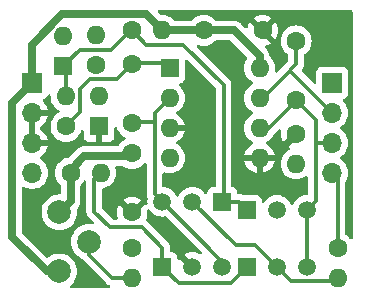
<source format=gtl>
%TF.GenerationSoftware,KiCad,Pcbnew,7.0.2-0*%
%TF.CreationDate,2023-07-19T22:29:02+01:00*%
%TF.ProjectId,serge-gain-cell,73657267-652d-4676-9169-6e2d63656c6c,rev?*%
%TF.SameCoordinates,Original*%
%TF.FileFunction,Copper,L1,Top*%
%TF.FilePolarity,Positive*%
%FSLAX46Y46*%
G04 Gerber Fmt 4.6, Leading zero omitted, Abs format (unit mm)*
G04 Created by KiCad (PCBNEW 7.0.2-0) date 2023-07-19 22:29:02*
%MOMM*%
%LPD*%
G01*
G04 APERTURE LIST*
%TA.AperFunction,ComponentPad*%
%ADD10C,1.600000*%
%TD*%
%TA.AperFunction,ComponentPad*%
%ADD11O,1.600000X1.600000*%
%TD*%
%TA.AperFunction,ComponentPad*%
%ADD12R,1.500000X1.500000*%
%TD*%
%TA.AperFunction,ComponentPad*%
%ADD13C,1.500000*%
%TD*%
%TA.AperFunction,ComponentPad*%
%ADD14C,2.000000*%
%TD*%
%TA.AperFunction,ComponentPad*%
%ADD15R,1.600000X1.600000*%
%TD*%
%TA.AperFunction,ComponentPad*%
%ADD16R,1.700000X1.700000*%
%TD*%
%TA.AperFunction,ComponentPad*%
%ADD17O,1.700000X1.700000*%
%TD*%
%TA.AperFunction,ViaPad*%
%ADD18C,0.762000*%
%TD*%
%TA.AperFunction,Conductor*%
%ADD19C,0.304800*%
%TD*%
%TA.AperFunction,Conductor*%
%ADD20C,0.635000*%
%TD*%
G04 APERTURE END LIST*
D10*
%TO.P,C2,2*%
%TO.N,/FB*%
X179120800Y-101266000D03*
%TO.P,C2,1*%
%TO.N,/Out*%
X179120800Y-96266000D03*
%TD*%
%TO.P,C4,1*%
%TO.N,-12V*%
X165227000Y-105791000D03*
%TO.P,C4,2*%
%TO.N,GNDREF*%
X165227000Y-110791000D03*
%TD*%
%TO.P,R7,1*%
%TO.N,GNDREF*%
X179120800Y-104140000D03*
D11*
%TO.P,R7,2*%
%TO.N,Net-(Q4-B)*%
X179120800Y-106680000D03*
%TD*%
D10*
%TO.P,R2,1*%
%TO.N,Net-(D2-A)*%
X162179000Y-98327000D03*
D11*
%TO.P,R2,2*%
%TO.N,Net-(C1-Pad1)*%
X162179000Y-95787000D03*
%TD*%
D12*
%TO.P,Q1,1,E*%
%TO.N,Net-(D2-A)*%
X167792400Y-115417600D03*
D13*
%TO.P,Q1,2,B*%
%TO.N,GNDREF*%
X170332400Y-115417600D03*
%TO.P,Q1,3,C*%
%TO.N,/In*%
X172872400Y-115417600D03*
%TD*%
D10*
%TO.P,C3,1*%
%TO.N,GNDREF*%
X176276000Y-95377000D03*
%TO.P,C3,2*%
%TO.N,+12V*%
X171276000Y-95377000D03*
%TD*%
D14*
%TO.P,RV1,1,1*%
%TO.N,-12V*%
X159074800Y-110784000D03*
%TO.P,RV1,2,2*%
%TO.N,Net-(R6-Pad2)*%
X161574800Y-113284000D03*
%TO.P,RV1,3,3*%
%TO.N,+12V*%
X159074800Y-115784000D03*
%TD*%
D10*
%TO.P,R4,1*%
%TO.N,-12V*%
X160020000Y-107442000D03*
D11*
%TO.P,R4,2*%
%TO.N,Net-(D2-A)*%
X162560000Y-107442000D03*
%TD*%
D10*
%TO.P,R5,1*%
%TO.N,/CV*%
X182626000Y-113792000D03*
D11*
%TO.P,R5,2*%
%TO.N,Net-(Q2-B)*%
X182626000Y-116332000D03*
%TD*%
%TO.P,D1,2,A*%
%TO.N,GNDREF*%
X159385000Y-95885000D03*
D15*
%TO.P,D1,1,K*%
%TO.N,Net-(D1-K)*%
X159385000Y-98425000D03*
%TD*%
D10*
%TO.P,C1,1*%
%TO.N,Net-(C1-Pad1)*%
X165227000Y-98247200D03*
%TO.P,C1,2*%
%TO.N,/In*%
X165227000Y-103247200D03*
%TD*%
D13*
%TO.P,Q2,3,C*%
%TO.N,/In*%
X167792400Y-109880400D03*
%TO.P,Q2,2,B*%
%TO.N,Net-(Q2-B)*%
X170332400Y-109880400D03*
D12*
%TO.P,Q2,1,E*%
%TO.N,Net-(D1-K)*%
X172872400Y-109880400D03*
%TD*%
D11*
%TO.P,R3,2*%
%TO.N,+12V*%
X167763400Y-95377000D03*
D10*
%TO.P,R3,1*%
%TO.N,Net-(D1-K)*%
X165223400Y-95377000D03*
%TD*%
D13*
%TO.P,Q4,3,C*%
%TO.N,/FB*%
X180035200Y-110591600D03*
%TO.P,Q4,2,B*%
%TO.N,Net-(Q4-B)*%
X177495200Y-110591600D03*
D12*
%TO.P,Q4,1,E*%
%TO.N,Net-(D1-K)*%
X174955200Y-110591600D03*
%TD*%
D10*
%TO.P,R1,1*%
%TO.N,Net-(C1-Pad1)*%
X159639000Y-103505000D03*
D11*
%TO.P,R1,2*%
%TO.N,Net-(D1-K)*%
X159639000Y-100965000D03*
%TD*%
D10*
%TO.P,R6,1*%
%TO.N,Net-(Q4-B)*%
X165201600Y-113792000D03*
D11*
%TO.P,R6,2*%
%TO.N,Net-(R6-Pad2)*%
X165201600Y-116332000D03*
%TD*%
%TO.P,U1,8,V+*%
%TO.N,+12V*%
X176022000Y-98552000D03*
%TO.P,U1,7*%
%TO.N,/Out*%
X176022000Y-101092000D03*
%TO.P,U1,6,-*%
%TO.N,/FB*%
X176022000Y-103632000D03*
%TO.P,U1,5,+*%
%TO.N,GNDREF*%
X176022000Y-106172000D03*
%TO.P,U1,4,V-*%
%TO.N,-12V*%
X168402000Y-106172000D03*
%TO.P,U1,3,+*%
%TO.N,GNDREF*%
X168402000Y-103632000D03*
%TO.P,U1,2,-*%
%TO.N,/In*%
X168402000Y-101092000D03*
D15*
%TO.P,U1,1*%
%TO.N,Net-(C1-Pad1)*%
X168402000Y-98552000D03*
%TD*%
D11*
%TO.P,D2,2,A*%
%TO.N,Net-(D2-A)*%
X162433000Y-100965000D03*
D15*
%TO.P,D2,1,K*%
%TO.N,GNDREF*%
X162433000Y-103505000D03*
%TD*%
D12*
%TO.P,Q3,1,E*%
%TO.N,Net-(D2-A)*%
X174955200Y-115417600D03*
D13*
%TO.P,Q3,2,B*%
%TO.N,Net-(Q2-B)*%
X177495200Y-115417600D03*
%TO.P,Q3,3,C*%
%TO.N,/FB*%
X180035200Y-115417600D03*
%TD*%
D16*
%TO.P,J2,1,Pin_1*%
%TO.N,/In*%
X182168800Y-99822000D03*
D17*
%TO.P,J2,2,Pin_2*%
%TO.N,/Out*%
X182168800Y-102362000D03*
%TO.P,J2,3,Pin_3*%
%TO.N,/FB*%
X182168800Y-104902000D03*
%TO.P,J2,4,Pin_4*%
%TO.N,/CV*%
X182168800Y-107442000D03*
%TD*%
%TO.P,J3,4,Pin_4*%
%TO.N,-12V*%
X156768800Y-107442000D03*
%TO.P,J3,3,Pin_3*%
%TO.N,GNDREF*%
X156768800Y-104902000D03*
%TO.P,J3,2,Pin_2*%
X156768800Y-102362000D03*
D16*
%TO.P,J3,1,Pin_1*%
%TO.N,+12V*%
X156768800Y-99822000D03*
%TD*%
D18*
%TO.N,GNDREF*%
X158597600Y-113284000D03*
%TD*%
D19*
%TO.N,/In*%
X167132000Y-103174800D02*
X167132000Y-109220000D01*
X167132000Y-109220000D02*
X172872400Y-114960400D01*
D20*
%TO.N,-12V*%
X160020000Y-107159000D02*
X161159400Y-106019600D01*
X161159400Y-106019600D02*
X164490400Y-106019600D01*
X164490400Y-106019600D02*
X164973000Y-105537000D01*
D19*
%TO.N,Net-(C1-Pad1)*%
X159639000Y-103505000D02*
X160845400Y-102298600D01*
X160845400Y-102298600D02*
X160845400Y-100317400D01*
X160845400Y-100317400D02*
X161629400Y-99533400D01*
X161629400Y-99533400D02*
X163940800Y-99533400D01*
X163940800Y-99533400D02*
X165227000Y-98247200D01*
X165227000Y-98247200D02*
X165303200Y-98171000D01*
X165303200Y-98171000D02*
X168021000Y-98171000D01*
%TO.N,/In*%
X165227000Y-103247200D02*
X165299400Y-103174800D01*
X165299400Y-103174800D02*
X167132000Y-103174800D01*
%TO.N,/CV*%
X182626000Y-113792000D02*
X182626000Y-107899200D01*
%TO.N,/FB*%
X180785200Y-102930400D02*
X180785200Y-104902000D01*
X180785200Y-104902000D02*
X180785200Y-109841600D01*
X182168800Y-104902000D02*
X180785200Y-104902000D01*
X179120800Y-101266000D02*
X180785200Y-102930400D01*
X180785200Y-109841600D02*
X180035200Y-110591600D01*
%TO.N,/Out*%
X176276000Y-101092000D02*
X178562000Y-98806000D01*
X178612800Y-98806000D02*
X178562000Y-98806000D01*
X178562000Y-98806000D02*
X178689000Y-98679000D01*
X182168800Y-102362000D02*
X178612800Y-98806000D01*
D20*
%TO.N,+12V*%
X159324906Y-94005500D02*
X166391900Y-94005500D01*
X156718000Y-99771200D02*
X156718000Y-96612406D01*
X156718000Y-96612406D02*
X159324906Y-94005500D01*
X166391900Y-94005500D02*
X167763400Y-95377000D01*
X156768800Y-99822000D02*
X155100300Y-101490500D01*
X155100300Y-101490500D02*
X155100300Y-112896300D01*
X155100300Y-112896300D02*
X157988000Y-115784000D01*
X157988000Y-115784000D02*
X159074800Y-115784000D01*
D19*
%TO.N,/Out*%
X178689000Y-98679000D02*
X179120800Y-98247200D01*
%TO.N,/FB*%
X176022000Y-103632000D02*
X176831000Y-103632000D01*
X176831000Y-103632000D02*
X179120800Y-101342200D01*
%TO.N,/Out*%
X179120800Y-98247200D02*
X179120800Y-96266000D01*
%TO.N,/In*%
X167132000Y-102362000D02*
X167132000Y-103174800D01*
X168402000Y-101092000D02*
X167132000Y-102362000D01*
D20*
%TO.N,-12V*%
X160020000Y-109838800D02*
X159074800Y-110784000D01*
X160020000Y-107442000D02*
X160020000Y-109838800D01*
%TO.N,+12V*%
X171276000Y-95377000D02*
X167763400Y-95377000D01*
D19*
%TO.N,Net-(R6-Pad2)*%
X163536000Y-116332000D02*
X165201600Y-116332000D01*
X161574800Y-114370800D02*
X163536000Y-116332000D01*
X161574800Y-113284000D02*
X161574800Y-114370800D01*
%TO.N,Net-(D1-K)*%
X172974000Y-99999800D02*
X172974000Y-109778800D01*
X169557600Y-96583400D02*
X172974000Y-99999800D01*
X165223400Y-95377000D02*
X166429800Y-96583400D01*
X163474400Y-97028000D02*
X165125400Y-95377000D01*
X160782000Y-97028000D02*
X163474400Y-97028000D01*
X166429800Y-96583400D02*
X169557600Y-96583400D01*
X159385000Y-98425000D02*
X160782000Y-97028000D01*
%TO.N,Net-(Q2-B)*%
X177495200Y-115417600D02*
X178651600Y-116574000D01*
X178651600Y-116574000D02*
X182384000Y-116574000D01*
%TO.N,Net-(D2-A)*%
X162560000Y-107442000D02*
X162023000Y-107979000D01*
X162023000Y-110715000D02*
X163372800Y-112064800D01*
X163372800Y-112064800D02*
X166065200Y-112064800D01*
X162023000Y-107979000D02*
X162023000Y-110715000D01*
X166065200Y-112064800D02*
X167792400Y-113792000D01*
X167792400Y-113792000D02*
X167792400Y-115417600D01*
%TO.N,Net-(D1-K)*%
X174244000Y-109880400D02*
X174955200Y-110591600D01*
X172872400Y-109880400D02*
X174244000Y-109880400D01*
%TO.N,Net-(Q2-B)*%
X174040800Y-113588800D02*
X170332400Y-109880400D01*
%TO.N,/FB*%
X180035200Y-110591600D02*
X180035200Y-115417600D01*
%TO.N,Net-(Q2-B)*%
X177495200Y-115417600D02*
X175666400Y-113588800D01*
X175666400Y-113588800D02*
X174040800Y-113588800D01*
%TO.N,Net-(D2-A)*%
X174955200Y-115417600D02*
X173583600Y-116789200D01*
X173583600Y-116789200D02*
X169164000Y-116789200D01*
X169164000Y-116789200D02*
X167792400Y-115417600D01*
%TO.N,Net-(D1-K)*%
X159639000Y-100965000D02*
X159639000Y-98679000D01*
D20*
%TO.N,+12V*%
X171276000Y-95377000D02*
X173863000Y-95377000D01*
X176022000Y-97536000D02*
X176022000Y-98552000D01*
X173863000Y-95377000D02*
X176022000Y-97536000D01*
%TD*%
%TA.AperFunction,Conductor*%
%TO.N,GNDREF*%
G36*
X158265494Y-100798553D02*
G01*
X158314900Y-100847958D01*
X158329752Y-100916231D01*
X158329596Y-100918191D01*
X158325501Y-100964998D01*
X158345456Y-101193084D01*
X158404717Y-101414246D01*
X158501474Y-101621744D01*
X158501476Y-101621746D01*
X158501477Y-101621749D01*
X158632802Y-101809300D01*
X158794700Y-101971198D01*
X158982251Y-102102523D01*
X159022334Y-102121214D01*
X159025345Y-102122618D01*
X159077784Y-102168791D01*
X159096936Y-102235984D01*
X159076720Y-102302865D01*
X159025345Y-102347382D01*
X158991886Y-102362984D01*
X158982251Y-102367477D01*
X158794700Y-102498802D01*
X158794696Y-102498805D01*
X158632805Y-102660696D01*
X158632802Y-102660699D01*
X158632802Y-102660700D01*
X158610327Y-102692798D01*
X158501474Y-102848255D01*
X158404717Y-103055753D01*
X158345456Y-103276915D01*
X158325501Y-103505000D01*
X158345456Y-103733084D01*
X158345457Y-103733087D01*
X158396583Y-103923892D01*
X158404717Y-103954246D01*
X158501474Y-104161744D01*
X158501476Y-104161746D01*
X158501477Y-104161749D01*
X158632802Y-104349300D01*
X158794700Y-104511198D01*
X158982251Y-104642523D01*
X158982254Y-104642524D01*
X158982255Y-104642525D01*
X159086004Y-104690903D01*
X159189757Y-104739284D01*
X159410913Y-104798543D01*
X159562971Y-104811846D01*
X159638999Y-104818498D01*
X159638999Y-104818497D01*
X159639000Y-104818498D01*
X159867087Y-104798543D01*
X160088243Y-104739284D01*
X160295749Y-104642523D01*
X160483300Y-104511198D01*
X160645198Y-104349300D01*
X160776523Y-104161749D01*
X160873284Y-103954243D01*
X160889225Y-103894747D01*
X160925590Y-103835089D01*
X160988437Y-103804560D01*
X161057813Y-103812855D01*
X161111691Y-103857340D01*
X161132965Y-103923892D01*
X161133000Y-103926843D01*
X161133000Y-104349518D01*
X161133354Y-104356126D01*
X161139400Y-104412371D01*
X161189647Y-104547089D01*
X161275811Y-104662188D01*
X161390910Y-104748352D01*
X161525628Y-104798599D01*
X161581867Y-104804645D01*
X161588482Y-104805000D01*
X162183000Y-104805000D01*
X162183000Y-103820686D01*
X162194955Y-103832641D01*
X162307852Y-103890165D01*
X162401519Y-103905000D01*
X162464481Y-103905000D01*
X162558148Y-103890165D01*
X162671045Y-103832641D01*
X162683000Y-103820686D01*
X162683000Y-104805000D01*
X163277518Y-104805000D01*
X163284132Y-104804645D01*
X163340371Y-104798599D01*
X163475089Y-104748352D01*
X163590188Y-104662188D01*
X163676352Y-104547089D01*
X163726599Y-104412371D01*
X163732646Y-104356126D01*
X163733000Y-104349518D01*
X163733000Y-103669043D01*
X163752685Y-103602004D01*
X163805489Y-103556249D01*
X163874647Y-103546305D01*
X163938203Y-103575330D01*
X163975977Y-103634108D01*
X163976775Y-103636949D01*
X163992717Y-103696446D01*
X164089474Y-103903944D01*
X164089476Y-103903946D01*
X164089477Y-103903949D01*
X164220802Y-104091500D01*
X164382700Y-104253398D01*
X164570251Y-104384723D01*
X164617418Y-104406717D01*
X164617420Y-104406718D01*
X164669859Y-104452890D01*
X164689011Y-104520084D01*
X164668795Y-104586965D01*
X164617420Y-104631481D01*
X164603026Y-104638194D01*
X164573421Y-104651999D01*
X164570251Y-104653477D01*
X164434756Y-104748352D01*
X164382696Y-104784805D01*
X164220805Y-104946696D01*
X164220802Y-104946699D01*
X164220802Y-104946700D01*
X164095001Y-105126363D01*
X164084945Y-105140724D01*
X164030368Y-105184349D01*
X163983370Y-105193600D01*
X161198027Y-105193600D01*
X161187964Y-105193191D01*
X161166577Y-105191449D01*
X161136901Y-105189033D01*
X161136900Y-105189033D01*
X161060619Y-105199425D01*
X161057289Y-105199833D01*
X160980409Y-105208195D01*
X160959226Y-105213159D01*
X160886622Y-105239832D01*
X160883458Y-105240946D01*
X160810181Y-105265637D01*
X160790545Y-105275046D01*
X160725374Y-105316702D01*
X160722522Y-105318471D01*
X160656260Y-105358339D01*
X160639115Y-105371744D01*
X160584425Y-105426433D01*
X160582022Y-105428771D01*
X160525869Y-105481963D01*
X160511466Y-105499391D01*
X159901072Y-106109785D01*
X159839749Y-106143270D01*
X159824203Y-106145631D01*
X159791913Y-106148457D01*
X159623222Y-106193658D01*
X159570753Y-106207717D01*
X159363255Y-106304474D01*
X159363250Y-106304477D01*
X159363251Y-106304477D01*
X159226711Y-106400084D01*
X159175696Y-106435805D01*
X159013805Y-106597696D01*
X159013802Y-106597699D01*
X159013802Y-106597700D01*
X158997317Y-106621243D01*
X158882474Y-106785255D01*
X158785717Y-106992753D01*
X158726456Y-107213915D01*
X158706501Y-107441999D01*
X158726456Y-107670084D01*
X158785717Y-107891246D01*
X158882474Y-108098744D01*
X158882476Y-108098746D01*
X158882477Y-108098749D01*
X159013802Y-108286300D01*
X159013804Y-108286302D01*
X159013805Y-108286303D01*
X159157681Y-108430179D01*
X159191166Y-108491502D01*
X159194000Y-108517860D01*
X159194000Y-109146829D01*
X159174315Y-109213868D01*
X159121511Y-109259623D01*
X159079729Y-109270447D01*
X158838087Y-109289465D01*
X158607206Y-109344894D01*
X158387835Y-109435761D01*
X158185385Y-109559823D01*
X158004831Y-109714031D01*
X157850623Y-109894585D01*
X157726561Y-110097035D01*
X157635694Y-110316406D01*
X157580265Y-110547287D01*
X157576652Y-110593196D01*
X157561635Y-110784000D01*
X157563758Y-110810971D01*
X157580265Y-111020712D01*
X157635694Y-111251593D01*
X157651807Y-111290492D01*
X157726560Y-111470963D01*
X157850624Y-111673416D01*
X158004831Y-111853969D01*
X158185384Y-112008176D01*
X158387837Y-112132240D01*
X158607206Y-112223105D01*
X158838089Y-112278535D01*
X159074800Y-112297165D01*
X159311511Y-112278535D01*
X159542394Y-112223105D01*
X159761763Y-112132240D01*
X159964216Y-112008176D01*
X160144769Y-111853969D01*
X160298976Y-111673416D01*
X160423040Y-111470963D01*
X160513905Y-111251594D01*
X160569335Y-111020711D01*
X160587965Y-110784000D01*
X160569335Y-110547289D01*
X160568914Y-110545536D01*
X160569023Y-110543340D01*
X160568569Y-110537560D01*
X160569315Y-110537501D01*
X160572402Y-110475757D01*
X160609214Y-110422077D01*
X160623209Y-110410190D01*
X160669822Y-110348869D01*
X160671819Y-110346314D01*
X160720078Y-110286280D01*
X160720080Y-110286275D01*
X160720321Y-110285976D01*
X160731773Y-110267514D01*
X160731936Y-110267161D01*
X160731938Y-110267159D01*
X160764267Y-110197277D01*
X160765709Y-110194271D01*
X160800073Y-110124983D01*
X160807295Y-110104470D01*
X160807375Y-110104102D01*
X160807378Y-110104098D01*
X160823935Y-110028873D01*
X160824661Y-110025773D01*
X160843266Y-109950967D01*
X160843266Y-109950963D01*
X160843356Y-109950602D01*
X160846000Y-109929021D01*
X160846000Y-109851710D01*
X160846045Y-109848353D01*
X160846769Y-109821623D01*
X160848130Y-109771367D01*
X160848129Y-109771366D01*
X160848140Y-109770990D01*
X160846000Y-109748475D01*
X160846000Y-108517860D01*
X160865685Y-108450821D01*
X160882319Y-108430179D01*
X160882318Y-108430179D01*
X161026198Y-108286300D01*
X161136526Y-108128734D01*
X161191102Y-108085112D01*
X161260601Y-108077919D01*
X161322955Y-108109441D01*
X161358369Y-108169671D01*
X161362100Y-108199860D01*
X161362100Y-110691272D01*
X161361874Y-110698759D01*
X161358459Y-110755199D01*
X161368651Y-110810813D01*
X161369778Y-110818214D01*
X161376592Y-110874327D01*
X161379754Y-110882664D01*
X161385780Y-110904278D01*
X161387389Y-110913060D01*
X161410590Y-110964610D01*
X161413453Y-110971522D01*
X161432108Y-111020711D01*
X161433505Y-111024393D01*
X161438575Y-111031739D01*
X161449597Y-111051281D01*
X161453260Y-111059419D01*
X161488117Y-111103911D01*
X161492555Y-111109943D01*
X161513613Y-111140450D01*
X161524676Y-111156477D01*
X161563645Y-111191000D01*
X161567005Y-111193977D01*
X161572458Y-111199111D01*
X161962902Y-111589556D01*
X161996387Y-111650879D01*
X161991403Y-111720571D01*
X161949531Y-111776504D01*
X161884067Y-111800921D01*
X161846274Y-111797811D01*
X161824107Y-111792489D01*
X161811512Y-111789465D01*
X161574800Y-111770835D01*
X161338087Y-111789465D01*
X161107206Y-111844894D01*
X160887835Y-111935761D01*
X160685385Y-112059823D01*
X160504831Y-112214031D01*
X160350623Y-112394585D01*
X160274990Y-112518007D01*
X160226560Y-112597037D01*
X160213253Y-112629162D01*
X160135694Y-112816406D01*
X160080265Y-113047287D01*
X160061635Y-113283999D01*
X160080265Y-113520712D01*
X160135694Y-113751593D01*
X160159158Y-113808239D01*
X160226560Y-113970963D01*
X160350624Y-114173416D01*
X160504831Y-114353969D01*
X160685384Y-114508176D01*
X160887837Y-114632240D01*
X160940579Y-114654086D01*
X160994982Y-114697927D01*
X161004006Y-114713873D01*
X161039917Y-114759711D01*
X161044355Y-114765743D01*
X161066755Y-114798194D01*
X161076476Y-114812277D01*
X161118005Y-114849068D01*
X161118805Y-114849777D01*
X161124258Y-114854911D01*
X163051895Y-116782549D01*
X163057029Y-116788002D01*
X163094523Y-116830324D01*
X163141047Y-116862437D01*
X163147080Y-116866876D01*
X163191581Y-116901740D01*
X163198093Y-116904671D01*
X163199717Y-116905402D01*
X163219260Y-116916424D01*
X163226607Y-116921495D01*
X163226608Y-116921495D01*
X163226609Y-116921496D01*
X163279482Y-116941547D01*
X163286367Y-116944400D01*
X163317666Y-116958486D01*
X163327306Y-116962825D01*
X163380359Y-117008290D01*
X163400411Y-117075220D01*
X163381094Y-117142367D01*
X163328542Y-117188410D01*
X163276413Y-117199900D01*
X160075852Y-117199900D01*
X160008813Y-117180215D01*
X159963058Y-117127411D01*
X159953114Y-117058253D01*
X159982139Y-116994697D01*
X159995315Y-116981614D01*
X160144769Y-116853969D01*
X160298976Y-116673416D01*
X160423040Y-116470963D01*
X160513905Y-116251594D01*
X160569335Y-116020711D01*
X160587965Y-115784000D01*
X160569335Y-115547289D01*
X160513905Y-115316406D01*
X160423040Y-115097037D01*
X160298976Y-114894584D01*
X160144769Y-114714031D01*
X159964216Y-114559824D01*
X159761763Y-114435760D01*
X159641790Y-114386066D01*
X159542393Y-114344894D01*
X159311512Y-114289465D01*
X159074800Y-114270835D01*
X158838087Y-114289465D01*
X158607206Y-114344894D01*
X158387835Y-114435761D01*
X158185385Y-114559823D01*
X158135860Y-114602120D01*
X158072098Y-114630689D01*
X158003012Y-114620251D01*
X157967649Y-114595509D01*
X156985937Y-113613797D01*
X155962619Y-112590478D01*
X155929134Y-112529155D01*
X155926300Y-112502797D01*
X155926300Y-108738834D01*
X155945985Y-108671795D01*
X155998789Y-108626040D01*
X156067947Y-108616096D01*
X156109315Y-108629779D01*
X156221226Y-108690342D01*
X156434165Y-108763444D01*
X156656231Y-108800500D01*
X156881369Y-108800500D01*
X157103435Y-108763444D01*
X157316374Y-108690342D01*
X157514376Y-108583189D01*
X157692040Y-108444906D01*
X157844522Y-108279268D01*
X157967660Y-108090791D01*
X158058096Y-107884616D01*
X158113364Y-107666368D01*
X158131956Y-107442000D01*
X158113364Y-107217632D01*
X158058096Y-106999384D01*
X157967660Y-106793209D01*
X157844522Y-106604732D01*
X157692040Y-106439094D01*
X157514376Y-106300811D01*
X157514375Y-106300810D01*
X157471102Y-106277392D01*
X157421512Y-106228172D01*
X157406405Y-106159955D01*
X157430576Y-106094400D01*
X157458998Y-106066763D01*
X157639878Y-105940109D01*
X157806906Y-105773081D01*
X157942400Y-105579576D01*
X158042230Y-105365492D01*
X158099436Y-105152000D01*
X157202486Y-105152000D01*
X157228293Y-105111844D01*
X157268800Y-104973889D01*
X157268800Y-104830111D01*
X157228293Y-104692156D01*
X157202486Y-104652000D01*
X158099436Y-104652000D01*
X158099435Y-104651999D01*
X158042230Y-104438507D01*
X157942399Y-104224421D01*
X157806909Y-104030921D01*
X157639881Y-103863893D01*
X157453768Y-103733575D01*
X157410144Y-103678998D01*
X157402951Y-103609499D01*
X157434473Y-103547145D01*
X157453768Y-103530425D01*
X157639881Y-103400106D01*
X157806906Y-103233081D01*
X157942400Y-103039576D01*
X158042230Y-102825492D01*
X158099436Y-102612000D01*
X157202486Y-102612000D01*
X157228293Y-102571844D01*
X157268800Y-102433889D01*
X157268800Y-102290111D01*
X157228293Y-102152156D01*
X157202486Y-102112000D01*
X158099436Y-102112000D01*
X158099435Y-102111999D01*
X158042230Y-101898507D01*
X157942399Y-101684421D01*
X157806909Y-101490921D01*
X157691072Y-101375084D01*
X157657587Y-101313761D01*
X157662571Y-101244069D01*
X157704443Y-101188136D01*
X157735412Y-101171224D01*
X157865004Y-101122889D01*
X157982061Y-101035261D01*
X158069689Y-100918204D01*
X158089887Y-100864049D01*
X158131757Y-100808118D01*
X158197221Y-100783701D01*
X158265494Y-100798553D01*
G37*
%TD.AperFunction*%
%TA.AperFunction,Conductor*%
G36*
X173536536Y-96222685D02*
G01*
X173557178Y-96239319D01*
X174946246Y-97628387D01*
X174979731Y-97689710D01*
X174974747Y-97759402D01*
X174960140Y-97787191D01*
X174884476Y-97895251D01*
X174787717Y-98102753D01*
X174728456Y-98323915D01*
X174708501Y-98551999D01*
X174728456Y-98780084D01*
X174750618Y-98862794D01*
X174783028Y-98983749D01*
X174787717Y-99001246D01*
X174884474Y-99208744D01*
X174884476Y-99208746D01*
X174884477Y-99208749D01*
X175015802Y-99396300D01*
X175177700Y-99558198D01*
X175365251Y-99689523D01*
X175405334Y-99708214D01*
X175408345Y-99709618D01*
X175460784Y-99755791D01*
X175479936Y-99822984D01*
X175459720Y-99889865D01*
X175408344Y-99934382D01*
X175365251Y-99954477D01*
X175185368Y-100080433D01*
X175177696Y-100085805D01*
X175015805Y-100247696D01*
X175015802Y-100247699D01*
X175015802Y-100247700D01*
X174978042Y-100301627D01*
X174884474Y-100435255D01*
X174787717Y-100642753D01*
X174728456Y-100863915D01*
X174708501Y-101091999D01*
X174728456Y-101320084D01*
X174753686Y-101414243D01*
X174775080Y-101494087D01*
X174787717Y-101541246D01*
X174884474Y-101748744D01*
X174884476Y-101748746D01*
X174884477Y-101748749D01*
X175015802Y-101936300D01*
X175177700Y-102098198D01*
X175365251Y-102229523D01*
X175405334Y-102248214D01*
X175408345Y-102249618D01*
X175460784Y-102295791D01*
X175479936Y-102362984D01*
X175459720Y-102429865D01*
X175408345Y-102474382D01*
X175365253Y-102494476D01*
X175365251Y-102494477D01*
X175177700Y-102625802D01*
X175177696Y-102625805D01*
X175015805Y-102787696D01*
X174884474Y-102975255D01*
X174787717Y-103182753D01*
X174728456Y-103403915D01*
X174708501Y-103631999D01*
X174728456Y-103860084D01*
X174740210Y-103903949D01*
X174786934Y-104078326D01*
X174787717Y-104081246D01*
X174884474Y-104288744D01*
X174884476Y-104288746D01*
X174884477Y-104288749D01*
X175015802Y-104476300D01*
X175177700Y-104638198D01*
X175365251Y-104769523D01*
X175418401Y-104794307D01*
X175470839Y-104840477D01*
X175489992Y-104907670D01*
X175469777Y-104974552D01*
X175418403Y-105019069D01*
X175369520Y-105041864D01*
X175183180Y-105172341D01*
X175022341Y-105333180D01*
X174891865Y-105519519D01*
X174795733Y-105725673D01*
X174743128Y-105921999D01*
X174743128Y-105922000D01*
X175706314Y-105922000D01*
X175694359Y-105933955D01*
X175636835Y-106046852D01*
X175617014Y-106172000D01*
X175636835Y-106297148D01*
X175694359Y-106410045D01*
X175706314Y-106422000D01*
X174743128Y-106422000D01*
X174795733Y-106618326D01*
X174891865Y-106824480D01*
X175022341Y-107010819D01*
X175183180Y-107171658D01*
X175369519Y-107302134D01*
X175575673Y-107398266D01*
X175771999Y-107450871D01*
X175772000Y-107450871D01*
X175772000Y-106487686D01*
X175783955Y-106499641D01*
X175896852Y-106557165D01*
X175990519Y-106572000D01*
X176053481Y-106572000D01*
X176147148Y-106557165D01*
X176260045Y-106499641D01*
X176272000Y-106487686D01*
X176272000Y-107450871D01*
X176468326Y-107398266D01*
X176674480Y-107302134D01*
X176860819Y-107171658D01*
X177021658Y-107010819D01*
X177152134Y-106824480D01*
X177248266Y-106618326D01*
X177300872Y-106422000D01*
X176337686Y-106422000D01*
X176349641Y-106410045D01*
X176407165Y-106297148D01*
X176426986Y-106172000D01*
X176407165Y-106046852D01*
X176349641Y-105933955D01*
X176337686Y-105922000D01*
X177300872Y-105922000D01*
X177300871Y-105921999D01*
X177248266Y-105725673D01*
X177152134Y-105519519D01*
X177021658Y-105333180D01*
X176860819Y-105172341D01*
X176674482Y-105041866D01*
X176625597Y-105019070D01*
X176573158Y-104972897D01*
X176554007Y-104905703D01*
X176574223Y-104838822D01*
X176625595Y-104794308D01*
X176678749Y-104769523D01*
X176866300Y-104638198D01*
X177028198Y-104476300D01*
X177159523Y-104288749D01*
X177200619Y-104200615D01*
X177242559Y-104150974D01*
X177272477Y-104130324D01*
X177309977Y-104087993D01*
X177315095Y-104082556D01*
X177637052Y-103760599D01*
X177698373Y-103727116D01*
X177768065Y-103732100D01*
X177823998Y-103773972D01*
X177848415Y-103839436D01*
X177844506Y-103880375D01*
X177835658Y-103913395D01*
X177815833Y-104140000D01*
X177835658Y-104366602D01*
X177894533Y-104586326D01*
X177990666Y-104792484D01*
X178041772Y-104865471D01*
X178041773Y-104865472D01*
X178722845Y-104184399D01*
X178735635Y-104265148D01*
X178793159Y-104378045D01*
X178882755Y-104467641D01*
X178995652Y-104525165D01*
X179076397Y-104537953D01*
X178395326Y-105219025D01*
X178395326Y-105219026D01*
X178468312Y-105270131D01*
X178517200Y-105292927D01*
X178569639Y-105339099D01*
X178588792Y-105406292D01*
X178568577Y-105473174D01*
X178517202Y-105517691D01*
X178464056Y-105542474D01*
X178464053Y-105542476D01*
X178464051Y-105542477D01*
X178282200Y-105669811D01*
X178276496Y-105673805D01*
X178114605Y-105835696D01*
X177983274Y-106023255D01*
X177886517Y-106230753D01*
X177827256Y-106451915D01*
X177807301Y-106680000D01*
X177827256Y-106908084D01*
X177886517Y-107129246D01*
X177983274Y-107336744D01*
X177983276Y-107336746D01*
X177983277Y-107336749D01*
X178114602Y-107524300D01*
X178276500Y-107686198D01*
X178464051Y-107817523D01*
X178671557Y-107914284D01*
X178892713Y-107973543D01*
X179120800Y-107993498D01*
X179348887Y-107973543D01*
X179570043Y-107914284D01*
X179777549Y-107817523D01*
X179929179Y-107711349D01*
X179995382Y-107689024D01*
X180063150Y-107706034D01*
X180110963Y-107756982D01*
X180124300Y-107812926D01*
X180124300Y-109206872D01*
X180104615Y-109273911D01*
X180051811Y-109319666D01*
X180011107Y-109330400D01*
X179815831Y-109347484D01*
X179603122Y-109404480D01*
X179444732Y-109478339D01*
X179403547Y-109497544D01*
X179263800Y-109595396D01*
X179223158Y-109623854D01*
X179067454Y-109779558D01*
X179067451Y-109779561D01*
X179067451Y-109779562D01*
X178947688Y-109950602D01*
X178941143Y-109959949D01*
X178877582Y-110096256D01*
X178831410Y-110148695D01*
X178764216Y-110167847D01*
X178697335Y-110147631D01*
X178652818Y-110096256D01*
X178626430Y-110039668D01*
X178589256Y-109959947D01*
X178462949Y-109779562D01*
X178307238Y-109623851D01*
X178126854Y-109497544D01*
X178021301Y-109448324D01*
X177927277Y-109404480D01*
X177714568Y-109347484D01*
X177495199Y-109328292D01*
X177275831Y-109347484D01*
X177063122Y-109404480D01*
X176904732Y-109478339D01*
X176863547Y-109497544D01*
X176723800Y-109595396D01*
X176683158Y-109623854D01*
X176527454Y-109779558D01*
X176527451Y-109779561D01*
X176527451Y-109779562D01*
X176455866Y-109881797D01*
X176439275Y-109905491D01*
X176384698Y-109949116D01*
X176315199Y-109956308D01*
X176252845Y-109924786D01*
X176217431Y-109864556D01*
X176213700Y-109834367D01*
X176213700Y-109796271D01*
X176213700Y-109792962D01*
X176207189Y-109732399D01*
X176207188Y-109732397D01*
X176207188Y-109732394D01*
X176156089Y-109595396D01*
X176068461Y-109478338D01*
X175951403Y-109390710D01*
X175814405Y-109339611D01*
X175757124Y-109333453D01*
X175757118Y-109333452D01*
X175753838Y-109333100D01*
X175750528Y-109333100D01*
X174659851Y-109333100D01*
X174602418Y-109316235D01*
X174602147Y-109316839D01*
X174597782Y-109314874D01*
X174592812Y-109313415D01*
X174589828Y-109311294D01*
X174580281Y-109306997D01*
X174560739Y-109295975D01*
X174553393Y-109290905D01*
X174553391Y-109290904D01*
X174500522Y-109270853D01*
X174493618Y-109267993D01*
X174462707Y-109254081D01*
X174442060Y-109244789D01*
X174433278Y-109243180D01*
X174411664Y-109237154D01*
X174403327Y-109233992D01*
X174347214Y-109227178D01*
X174339813Y-109226051D01*
X174284198Y-109215859D01*
X174262386Y-109217179D01*
X174194280Y-109201577D01*
X174145421Y-109151632D01*
X174130900Y-109093405D01*
X174130900Y-109085071D01*
X174130900Y-109085070D01*
X174130900Y-109081762D01*
X174124389Y-109021199D01*
X174124388Y-109021197D01*
X174124388Y-109021194D01*
X174073289Y-108884196D01*
X173985661Y-108767138D01*
X173868603Y-108679510D01*
X173717008Y-108622967D01*
X173718592Y-108618718D01*
X173681030Y-108603130D01*
X173641220Y-108545711D01*
X173634900Y-108506630D01*
X173634900Y-100023526D01*
X173635126Y-100016039D01*
X173637147Y-99982623D01*
X173638540Y-99959603D01*
X173638539Y-99959602D01*
X173638540Y-99959600D01*
X173628347Y-99903984D01*
X173627219Y-99896575D01*
X173626690Y-99892222D01*
X173620408Y-99840475D01*
X173617242Y-99832130D01*
X173611216Y-99810507D01*
X173609609Y-99801737D01*
X173609609Y-99801736D01*
X173586395Y-99750158D01*
X173583553Y-99743297D01*
X173563496Y-99690409D01*
X173558422Y-99683058D01*
X173547397Y-99663509D01*
X173543739Y-99655380D01*
X173508882Y-99610888D01*
X173504442Y-99604854D01*
X173472325Y-99558324D01*
X173452480Y-99540743D01*
X173429986Y-99520815D01*
X173424548Y-99515695D01*
X170735136Y-96826283D01*
X170701651Y-96764960D01*
X170706635Y-96695268D01*
X170748507Y-96639335D01*
X170813971Y-96614918D01*
X170854905Y-96618826D01*
X171047913Y-96670543D01*
X171276000Y-96690498D01*
X171504087Y-96670543D01*
X171725243Y-96611284D01*
X171932749Y-96514523D01*
X172120300Y-96383198D01*
X172264178Y-96239319D01*
X172325502Y-96205834D01*
X172351860Y-96203000D01*
X173469497Y-96203000D01*
X173536536Y-96222685D01*
G37*
%TD.AperFunction*%
%TA.AperFunction,Conductor*%
G36*
X166431954Y-106598397D02*
G01*
X166467368Y-106658626D01*
X166471100Y-106688817D01*
X166471100Y-109196272D01*
X166470874Y-109203759D01*
X166467459Y-109260199D01*
X166477651Y-109315813D01*
X166478778Y-109323214D01*
X166485592Y-109379327D01*
X166488754Y-109387664D01*
X166494780Y-109409278D01*
X166496389Y-109418060D01*
X166519590Y-109469610D01*
X166522453Y-109476522D01*
X166530426Y-109497544D01*
X166547843Y-109543468D01*
X166545837Y-109544228D01*
X166561400Y-109591420D01*
X166557242Y-109627596D01*
X166548284Y-109661027D01*
X166529092Y-109880400D01*
X166539119Y-109995007D01*
X166525352Y-110063507D01*
X166476737Y-110113690D01*
X166408708Y-110129623D01*
X166342865Y-110106247D01*
X166314016Y-110076937D01*
X166306026Y-110065526D01*
X166306025Y-110065526D01*
X165624953Y-110746598D01*
X165612165Y-110665852D01*
X165554641Y-110552955D01*
X165465045Y-110463359D01*
X165352148Y-110405835D01*
X165271400Y-110393046D01*
X165952472Y-109711974D01*
X165952471Y-109711972D01*
X165879484Y-109660866D01*
X165673326Y-109564733D01*
X165453602Y-109505858D01*
X165226999Y-109486033D01*
X165000397Y-109505858D01*
X164780672Y-109564733D01*
X164574516Y-109660865D01*
X164501527Y-109711973D01*
X164501526Y-109711973D01*
X165182600Y-110393046D01*
X165101852Y-110405835D01*
X164988955Y-110463359D01*
X164899359Y-110552955D01*
X164841835Y-110665852D01*
X164829046Y-110746600D01*
X164147973Y-110065527D01*
X164096865Y-110138516D01*
X164000733Y-110344672D01*
X163941858Y-110564397D01*
X163922033Y-110790999D01*
X163941858Y-111017602D01*
X164003541Y-111247803D01*
X164001404Y-111240688D01*
X164003929Y-111310512D01*
X163968304Y-111370617D01*
X163905839Y-111401920D01*
X163883767Y-111403900D01*
X163697916Y-111403900D01*
X163630877Y-111384215D01*
X163610235Y-111367581D01*
X162720219Y-110477565D01*
X162686734Y-110416242D01*
X162683900Y-110389884D01*
X162683900Y-108858283D01*
X162703585Y-108791244D01*
X162756389Y-108745489D01*
X162777995Y-108739795D01*
X162777608Y-108738351D01*
X162801896Y-108731842D01*
X163009243Y-108676284D01*
X163216749Y-108579523D01*
X163404300Y-108448198D01*
X163566198Y-108286300D01*
X163697523Y-108098749D01*
X163794284Y-107891243D01*
X163853543Y-107670087D01*
X163873498Y-107442000D01*
X163853543Y-107213913D01*
X163796678Y-107001691D01*
X163798341Y-106931844D01*
X163837503Y-106873982D01*
X163901731Y-106846477D01*
X163916453Y-106845600D01*
X164412727Y-106845600D01*
X164479766Y-106865285D01*
X164483850Y-106868025D01*
X164541061Y-106908084D01*
X164570251Y-106928523D01*
X164777757Y-107025284D01*
X164998913Y-107084543D01*
X165227000Y-107104498D01*
X165455087Y-107084543D01*
X165676243Y-107025284D01*
X165883749Y-106928523D01*
X166071300Y-106797198D01*
X166233198Y-106635300D01*
X166245526Y-106617692D01*
X166300100Y-106574069D01*
X166369599Y-106566875D01*
X166431954Y-106598397D01*
G37*
%TD.AperFunction*%
%TA.AperFunction,Conductor*%
G36*
X166716908Y-110550455D02*
G01*
X166745753Y-110579761D01*
X166824651Y-110692438D01*
X166980362Y-110848149D01*
X167160746Y-110974456D01*
X167360324Y-111067520D01*
X167573029Y-111124515D01*
X167792400Y-111143707D01*
X168011771Y-111124515D01*
X168013662Y-111124008D01*
X168016738Y-111124080D01*
X168022579Y-111123570D01*
X168022635Y-111124220D01*
X168083512Y-111125665D01*
X168133446Y-111156099D01*
X171120030Y-114142684D01*
X171153515Y-114204007D01*
X171148531Y-114273699D01*
X171106659Y-114329632D01*
X171041195Y-114354049D01*
X170972922Y-114339197D01*
X170961225Y-114331940D01*
X170959785Y-114330932D01*
X170761559Y-114238497D01*
X170550286Y-114181887D01*
X170332400Y-114162824D01*
X170114513Y-114181887D01*
X169903240Y-114238497D01*
X169705011Y-114330933D01*
X169642828Y-114374474D01*
X169642827Y-114374475D01*
X170287998Y-115019646D01*
X170207252Y-115032435D01*
X170094355Y-115089959D01*
X170004759Y-115179555D01*
X169947235Y-115292452D01*
X169934446Y-115373198D01*
X169289275Y-114728027D01*
X169289274Y-114728028D01*
X169276475Y-114746308D01*
X169221898Y-114789933D01*
X169152400Y-114797127D01*
X169090045Y-114765604D01*
X169054631Y-114705374D01*
X169050900Y-114675185D01*
X169050900Y-114622271D01*
X169050900Y-114622270D01*
X169050900Y-114618962D01*
X169044389Y-114558399D01*
X169044388Y-114558397D01*
X169044388Y-114558394D01*
X168993289Y-114421396D01*
X168905661Y-114304338D01*
X168788603Y-114216710D01*
X168651605Y-114165611D01*
X168594324Y-114159453D01*
X168594318Y-114159452D01*
X168591038Y-114159100D01*
X168587728Y-114159100D01*
X168577300Y-114159100D01*
X168510261Y-114139415D01*
X168464506Y-114086611D01*
X168453300Y-114035100D01*
X168453300Y-113815726D01*
X168453526Y-113808239D01*
X168456940Y-113751800D01*
X168446747Y-113696184D01*
X168445619Y-113688775D01*
X168445451Y-113687390D01*
X168438808Y-113632675D01*
X168435646Y-113624338D01*
X168429616Y-113602708D01*
X168428009Y-113593936D01*
X168404805Y-113542379D01*
X168401947Y-113535482D01*
X168381896Y-113482609D01*
X168376824Y-113475260D01*
X168365802Y-113455717D01*
X168365071Y-113454093D01*
X168362140Y-113447581D01*
X168327276Y-113403080D01*
X168322837Y-113397047D01*
X168290724Y-113350523D01*
X168248402Y-113313029D01*
X168242949Y-113307895D01*
X166549311Y-111614258D01*
X166544177Y-111608805D01*
X166543468Y-111608005D01*
X166506677Y-111566476D01*
X166496346Y-111559345D01*
X166460143Y-111534355D01*
X166454112Y-111529918D01*
X166431099Y-111511889D01*
X166390466Y-111455050D01*
X166387013Y-111385265D01*
X166395189Y-111361872D01*
X166453266Y-111237326D01*
X166512141Y-111017602D01*
X166531966Y-110791000D01*
X166520654Y-110661696D01*
X166534421Y-110593196D01*
X166583036Y-110543013D01*
X166651065Y-110527080D01*
X166716908Y-110550455D01*
G37*
%TD.AperFunction*%
%TA.AperFunction,Conductor*%
G36*
X183843339Y-93690585D02*
G01*
X183889094Y-93743389D01*
X183900300Y-93794900D01*
X183900300Y-112937311D01*
X183880615Y-113004350D01*
X183827811Y-113050105D01*
X183758653Y-113060049D01*
X183695097Y-113031024D01*
X183674726Y-113008435D01*
X183632198Y-112947700D01*
X183470299Y-112785801D01*
X183339776Y-112694406D01*
X183296151Y-112639829D01*
X183286900Y-112592832D01*
X183286900Y-108251320D01*
X183306585Y-108184281D01*
X183307092Y-108183498D01*
X183367659Y-108090793D01*
X183422906Y-107964841D01*
X183458096Y-107884616D01*
X183513364Y-107666368D01*
X183531956Y-107442000D01*
X183513364Y-107217632D01*
X183458096Y-106999384D01*
X183367660Y-106793209D01*
X183244522Y-106604732D01*
X183092040Y-106439094D01*
X182914376Y-106300811D01*
X182914375Y-106300810D01*
X182877867Y-106281053D01*
X182828277Y-106231833D01*
X182813170Y-106163616D01*
X182837341Y-106098061D01*
X182877866Y-106062946D01*
X182914376Y-106043189D01*
X183092040Y-105904906D01*
X183244522Y-105739268D01*
X183367660Y-105550791D01*
X183458096Y-105344616D01*
X183513364Y-105126368D01*
X183531956Y-104902000D01*
X183513364Y-104677632D01*
X183458096Y-104459384D01*
X183367660Y-104253209D01*
X183244522Y-104064732D01*
X183092040Y-103899094D01*
X182914376Y-103760811D01*
X182877867Y-103741053D01*
X182828278Y-103691836D01*
X182813170Y-103623619D01*
X182837340Y-103558063D01*
X182877867Y-103522946D01*
X182914376Y-103503189D01*
X183092040Y-103364906D01*
X183244522Y-103199268D01*
X183367660Y-103010791D01*
X183458096Y-102804616D01*
X183513364Y-102586368D01*
X183531956Y-102362000D01*
X183513364Y-102137632D01*
X183458096Y-101919384D01*
X183367660Y-101713209D01*
X183244522Y-101524732D01*
X183244521Y-101524731D01*
X183244518Y-101524726D01*
X183099310Y-101366990D01*
X183068387Y-101304336D01*
X183076247Y-101234910D01*
X183120394Y-101180754D01*
X183147196Y-101166829D01*
X183265004Y-101122889D01*
X183382061Y-101035261D01*
X183469689Y-100918204D01*
X183507527Y-100816757D01*
X183520788Y-100781205D01*
X183520788Y-100781203D01*
X183520789Y-100781201D01*
X183527300Y-100720638D01*
X183527300Y-98923362D01*
X183520789Y-98862799D01*
X183520788Y-98862797D01*
X183520788Y-98862794D01*
X183469689Y-98725796D01*
X183382061Y-98608738D01*
X183265003Y-98521110D01*
X183128005Y-98470011D01*
X183070724Y-98463853D01*
X183070718Y-98463852D01*
X183067438Y-98463500D01*
X181270162Y-98463500D01*
X181266882Y-98463852D01*
X181266875Y-98463853D01*
X181209594Y-98470011D01*
X181072596Y-98521110D01*
X180955538Y-98608738D01*
X180867910Y-98725796D01*
X180816811Y-98862794D01*
X180810653Y-98920075D01*
X180810300Y-98923362D01*
X180810300Y-98926671D01*
X180810300Y-99769484D01*
X180790615Y-99836523D01*
X180737811Y-99882278D01*
X180668653Y-99892222D01*
X180605097Y-99863197D01*
X180598619Y-99857165D01*
X179612056Y-98870603D01*
X179578571Y-98809280D01*
X179583555Y-98739589D01*
X179617515Y-98690102D01*
X179619124Y-98688677D01*
X179651254Y-98642127D01*
X179655663Y-98636135D01*
X179690539Y-98591620D01*
X179694201Y-98583480D01*
X179705221Y-98563941D01*
X179710296Y-98556591D01*
X179730347Y-98503717D01*
X179733209Y-98496810D01*
X179748043Y-98463853D01*
X179756409Y-98445264D01*
X179758017Y-98436482D01*
X179764045Y-98414862D01*
X179767208Y-98406525D01*
X179774021Y-98350406D01*
X179775148Y-98343005D01*
X179785339Y-98287399D01*
X179781926Y-98230976D01*
X179781700Y-98223489D01*
X179781700Y-97465166D01*
X179801385Y-97398127D01*
X179834573Y-97363593D01*
X179965100Y-97272198D01*
X180126998Y-97110300D01*
X180258323Y-96922749D01*
X180355084Y-96715243D01*
X180414343Y-96494087D01*
X180434298Y-96266000D01*
X180414343Y-96037913D01*
X180355084Y-95816757D01*
X180258323Y-95609251D01*
X180126998Y-95421700D01*
X179965100Y-95259802D01*
X179777549Y-95128477D01*
X179777546Y-95128476D01*
X179777544Y-95128474D01*
X179570046Y-95031717D01*
X179570043Y-95031716D01*
X179365842Y-94977000D01*
X179348884Y-94972456D01*
X179120799Y-94952501D01*
X178892715Y-94972456D01*
X178671553Y-95031717D01*
X178464055Y-95128474D01*
X178276496Y-95259805D01*
X178114605Y-95421696D01*
X177983274Y-95609255D01*
X177886517Y-95816753D01*
X177827256Y-96037915D01*
X177807301Y-96265999D01*
X177827256Y-96494084D01*
X177827257Y-96494087D01*
X177877029Y-96679839D01*
X177886517Y-96715246D01*
X177983274Y-96922744D01*
X177983276Y-96922746D01*
X177983277Y-96922749D01*
X178114602Y-97110300D01*
X178276500Y-97272198D01*
X178407025Y-97363592D01*
X178450648Y-97418168D01*
X178459900Y-97465166D01*
X178459900Y-97922083D01*
X178440215Y-97989122D01*
X178423581Y-98009764D01*
X178191352Y-98241993D01*
X178145105Y-98288239D01*
X178127871Y-98302603D01*
X178120523Y-98307675D01*
X178083021Y-98350005D01*
X178077888Y-98355457D01*
X177519161Y-98914184D01*
X177457838Y-98947669D01*
X177388146Y-98942685D01*
X177332213Y-98900813D01*
X177307796Y-98835349D01*
X177311706Y-98794407D01*
X177312093Y-98792961D01*
X177315543Y-98780087D01*
X177335498Y-98552000D01*
X177315543Y-98323913D01*
X177256284Y-98102757D01*
X177159523Y-97895251D01*
X177028198Y-97707700D01*
X176885039Y-97564541D01*
X176851554Y-97503218D01*
X176849855Y-97493600D01*
X176848165Y-97481198D01*
X176842167Y-97437174D01*
X176841763Y-97433869D01*
X176838395Y-97402900D01*
X176833446Y-97357387D01*
X176833445Y-97357386D01*
X176833404Y-97357001D01*
X176828444Y-97335838D01*
X176801770Y-97263236D01*
X176800654Y-97260065D01*
X176775959Y-97186772D01*
X176766558Y-97167153D01*
X176724910Y-97101996D01*
X176723138Y-97099140D01*
X176683451Y-97033178D01*
X176683448Y-97033175D01*
X176683254Y-97032852D01*
X176669860Y-97015719D01*
X176615168Y-96961027D01*
X176612826Y-96958621D01*
X176559634Y-96902467D01*
X176542204Y-96888063D01*
X176507525Y-96853384D01*
X176474040Y-96792061D01*
X176479024Y-96722369D01*
X176520896Y-96666436D01*
X176563112Y-96645928D01*
X176722326Y-96603266D01*
X176928480Y-96507134D01*
X177001472Y-96456025D01*
X176320400Y-95774953D01*
X176401148Y-95762165D01*
X176514045Y-95704641D01*
X176603641Y-95615045D01*
X176661165Y-95502148D01*
X176673953Y-95421400D01*
X177355025Y-96102472D01*
X177406134Y-96029480D01*
X177502266Y-95823326D01*
X177561141Y-95603602D01*
X177580966Y-95376999D01*
X177561141Y-95150397D01*
X177502266Y-94930673D01*
X177406133Y-94724515D01*
X177355025Y-94651526D01*
X176673953Y-95332598D01*
X176661165Y-95251852D01*
X176603641Y-95138955D01*
X176514045Y-95049359D01*
X176401148Y-94991835D01*
X176320400Y-94979046D01*
X177001472Y-94297974D01*
X177001471Y-94297972D01*
X176928484Y-94246866D01*
X176722326Y-94150733D01*
X176502602Y-94091858D01*
X176276000Y-94072033D01*
X176049397Y-94091858D01*
X175829672Y-94150733D01*
X175623516Y-94246865D01*
X175550527Y-94297973D01*
X175550526Y-94297973D01*
X176231600Y-94979046D01*
X176150852Y-94991835D01*
X176037955Y-95049359D01*
X175948359Y-95138955D01*
X175890835Y-95251852D01*
X175878046Y-95332599D01*
X175196973Y-94651527D01*
X175145865Y-94724516D01*
X175049734Y-94930671D01*
X175007071Y-95089888D01*
X174970705Y-95149548D01*
X174907858Y-95180076D01*
X174838482Y-95171781D01*
X174799615Y-95145474D01*
X174474381Y-94820240D01*
X174467553Y-94812834D01*
X174434388Y-94773789D01*
X174373103Y-94727201D01*
X174370458Y-94725133D01*
X174310191Y-94676689D01*
X174291703Y-94665221D01*
X174221482Y-94632733D01*
X174218455Y-94631282D01*
X174149185Y-94596927D01*
X174128662Y-94589702D01*
X174053128Y-94573075D01*
X174049861Y-94572309D01*
X173974809Y-94553645D01*
X173953205Y-94551000D01*
X173952833Y-94551000D01*
X173875897Y-94551000D01*
X173872540Y-94550955D01*
X173795189Y-94548859D01*
X173772675Y-94551000D01*
X172351860Y-94551000D01*
X172284821Y-94531315D01*
X172264179Y-94514681D01*
X172120303Y-94370805D01*
X172120300Y-94370802D01*
X171932749Y-94239477D01*
X171932746Y-94239476D01*
X171932744Y-94239474D01*
X171725246Y-94142717D01*
X171725243Y-94142716D01*
X171535440Y-94091858D01*
X171504084Y-94083456D01*
X171275999Y-94063501D01*
X171047915Y-94083456D01*
X170826753Y-94142717D01*
X170619255Y-94239474D01*
X170431696Y-94370805D01*
X170287821Y-94514681D01*
X170226498Y-94548166D01*
X170200140Y-94551000D01*
X168839260Y-94551000D01*
X168772221Y-94531315D01*
X168751579Y-94514681D01*
X168607703Y-94370805D01*
X168607700Y-94370802D01*
X168420149Y-94239477D01*
X168420146Y-94239476D01*
X168420144Y-94239474D01*
X168212646Y-94142717D01*
X168212643Y-94142716D01*
X168022840Y-94091858D01*
X167991484Y-94083456D01*
X167763398Y-94063501D01*
X167687336Y-94070155D01*
X167618836Y-94056388D01*
X167588849Y-94034308D01*
X167437122Y-93882581D01*
X167403637Y-93821258D01*
X167408621Y-93751566D01*
X167450493Y-93695633D01*
X167515957Y-93671216D01*
X167524803Y-93670900D01*
X183776300Y-93670900D01*
X183843339Y-93690585D01*
G37*
%TD.AperFunction*%
%TA.AperFunction,Conductor*%
G36*
X169915703Y-97876602D02*
G01*
X169922181Y-97882634D01*
X172276781Y-100237234D01*
X172310266Y-100298557D01*
X172313100Y-100324915D01*
X172313100Y-108497900D01*
X172293415Y-108564939D01*
X172240611Y-108610694D01*
X172189100Y-108621900D01*
X172073762Y-108621900D01*
X172070482Y-108622252D01*
X172070475Y-108622253D01*
X172013194Y-108628411D01*
X171876196Y-108679510D01*
X171759138Y-108767138D01*
X171671510Y-108884196D01*
X171620411Y-109021194D01*
X171614253Y-109078475D01*
X171613900Y-109081762D01*
X171613900Y-109085071D01*
X171613900Y-109123167D01*
X171594215Y-109190206D01*
X171541411Y-109235961D01*
X171472253Y-109245905D01*
X171408697Y-109216880D01*
X171388325Y-109194291D01*
X171358455Y-109151632D01*
X171300149Y-109068362D01*
X171144438Y-108912651D01*
X170964054Y-108786344D01*
X170855110Y-108735543D01*
X170764477Y-108693280D01*
X170551768Y-108636284D01*
X170332400Y-108617092D01*
X170113031Y-108636284D01*
X169900322Y-108693280D01*
X169703001Y-108785293D01*
X169700747Y-108786344D01*
X169598309Y-108858072D01*
X169520358Y-108912654D01*
X169364654Y-109068358D01*
X169364651Y-109068361D01*
X169364651Y-109068362D01*
X169241116Y-109244789D01*
X169238343Y-109248749D01*
X169174782Y-109385056D01*
X169128610Y-109437495D01*
X169061416Y-109456647D01*
X168994535Y-109436431D01*
X168950018Y-109385056D01*
X168928826Y-109339611D01*
X168886456Y-109248747D01*
X168760149Y-109068362D01*
X168604438Y-108912651D01*
X168424054Y-108786344D01*
X168315110Y-108735543D01*
X168224477Y-108693280D01*
X168011768Y-108636284D01*
X167906092Y-108627038D01*
X167841023Y-108601585D01*
X167800045Y-108544994D01*
X167792900Y-108503510D01*
X167792900Y-107525050D01*
X167812585Y-107458011D01*
X167865389Y-107412256D01*
X167934547Y-107402312D01*
X167948994Y-107405275D01*
X167952753Y-107406282D01*
X167952757Y-107406284D01*
X168173913Y-107465543D01*
X168402000Y-107485498D01*
X168630087Y-107465543D01*
X168851243Y-107406284D01*
X169058749Y-107309523D01*
X169246300Y-107178198D01*
X169408198Y-107016300D01*
X169539523Y-106828749D01*
X169636284Y-106621243D01*
X169695543Y-106400087D01*
X169715498Y-106172000D01*
X169714764Y-106163616D01*
X169705957Y-106062943D01*
X169695543Y-105943913D01*
X169636284Y-105722757D01*
X169569518Y-105579576D01*
X169539525Y-105515255D01*
X169539524Y-105515254D01*
X169539523Y-105515251D01*
X169408198Y-105327700D01*
X169246300Y-105165802D01*
X169058749Y-105034477D01*
X169058748Y-105034476D01*
X169058746Y-105034475D01*
X169005598Y-105009692D01*
X168953159Y-104963519D01*
X168934007Y-104896325D01*
X168954223Y-104829444D01*
X169005600Y-104784927D01*
X169054481Y-104762133D01*
X169240819Y-104631658D01*
X169401658Y-104470819D01*
X169532134Y-104284480D01*
X169628266Y-104078326D01*
X169680872Y-103882000D01*
X168717686Y-103882000D01*
X168729641Y-103870045D01*
X168787165Y-103757148D01*
X168806986Y-103632000D01*
X168787165Y-103506852D01*
X168729641Y-103393955D01*
X168717686Y-103382000D01*
X169680872Y-103382000D01*
X169680871Y-103381999D01*
X169628266Y-103185673D01*
X169532134Y-102979519D01*
X169401658Y-102793180D01*
X169240819Y-102632341D01*
X169054482Y-102501866D01*
X169005597Y-102479070D01*
X168953158Y-102432897D01*
X168934007Y-102365703D01*
X168954223Y-102298822D01*
X169005595Y-102254308D01*
X169058749Y-102229523D01*
X169246300Y-102098198D01*
X169408198Y-101936300D01*
X169539523Y-101748749D01*
X169636284Y-101541243D01*
X169695543Y-101320087D01*
X169715498Y-101092000D01*
X169695543Y-100863913D01*
X169636284Y-100642757D01*
X169539523Y-100435251D01*
X169408198Y-100247700D01*
X169246300Y-100085802D01*
X169238630Y-100080431D01*
X169195008Y-100025858D01*
X169187814Y-99956360D01*
X169219336Y-99894005D01*
X169279566Y-99858590D01*
X169296498Y-99855569D01*
X169311201Y-99853989D01*
X169311203Y-99853988D01*
X169311205Y-99853988D01*
X169398046Y-99821597D01*
X169448204Y-99802889D01*
X169565261Y-99715261D01*
X169652889Y-99598204D01*
X169683664Y-99515695D01*
X169703988Y-99461205D01*
X169703988Y-99461203D01*
X169703989Y-99461201D01*
X169710500Y-99400638D01*
X169710500Y-97970314D01*
X169730185Y-97903276D01*
X169782989Y-97857521D01*
X169852147Y-97847577D01*
X169915703Y-97876602D01*
G37*
%TD.AperFunction*%
%TA.AperFunction,Conductor*%
G36*
X157018800Y-104466498D02*
G01*
X156911115Y-104417320D01*
X156804563Y-104402000D01*
X156733037Y-104402000D01*
X156626485Y-104417320D01*
X156518800Y-104466498D01*
X156518800Y-102797501D01*
X156626485Y-102846680D01*
X156733037Y-102862000D01*
X156804563Y-102862000D01*
X156911115Y-102846680D01*
X157018800Y-102797501D01*
X157018800Y-104466498D01*
G37*
%TD.AperFunction*%
%TD*%
M02*

</source>
